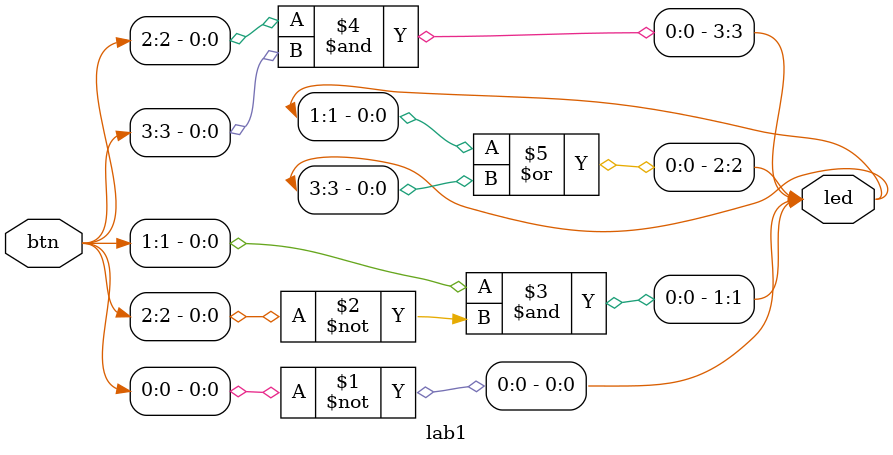
<source format=v>
`timescale 1ns / 1ps

//////////////////////////////////////////////////////////////////////////////////
// Module Name: lab1
//////////////////////////////////////////////////////////////////////////////////


module lab1(
    input [3:0] btn,
     output [3:0] led
    );
    
    assign led[0] = ~btn[0];
    assign led[1] = btn[1] & ~btn[2];
    assign led[3] = btn[2] & btn[3];
    assign led[2] = led[1] | led[3];
     
endmodule
</source>
